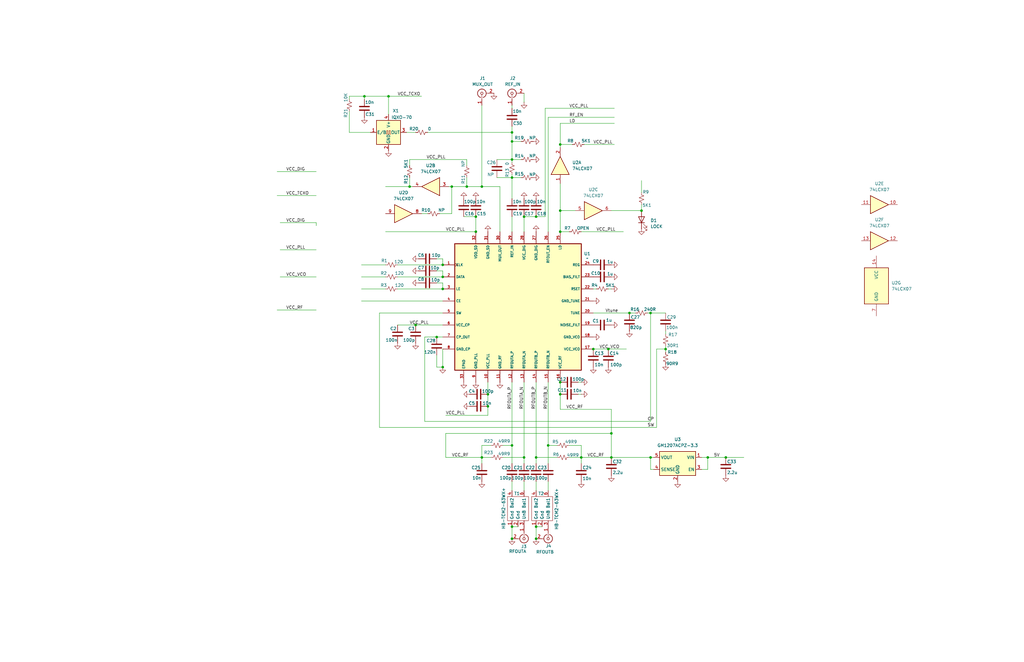
<source format=kicad_sch>
(kicad_sch (version 20231120) (generator "eeschema") (generator_version "8.0")
  (paper "B")
  (lib_symbols
    (symbol "74xx:74LCX07" (pin_names (offset 1.016))
      (property "Reference" "U" (at 0 1.27 0))
      (property "Value" "74LCX07" (at 0 -1.27 0))
      (symbol "74LCX07_1_0"
        (pin input line (at -7.62 0 0) (length 3.81) (name "~") (number "1"))
        (pin open_collector line (at 7.62 0 180) (length 3.81) (name "~") (number "2"))
      )
      (symbol "74LCX07_2_0"
        (pin input line (at -7.62 0 0) (length 3.81) (name "~") (number "3"))
        (pin open_collector line (at 7.62 0 180) (length 3.81) (name "~") (number "4"))
      )
      (symbol "74LCX07_3_0"
        (pin input line (at -7.62 0 0) (length 3.81) (name "~") (number "5"))
        (pin open_collector line (at 7.62 0 180) (length 3.81) (name "~") (number "6"))
      )
      (symbol "74LCX07_4_0"
        (pin open_collector line (at 7.62 0 180) (length 3.81) (name "~") (number "8"))
        (pin input line (at -7.62 0 0) (length 3.81) (name "~") (number "9"))
      )
      (symbol "74LCX07_5_0"
        (pin open_collector line (at 7.62 0 180) (length 3.81) (name "~") (number "10"))
        (pin input line (at -7.62 0 0) (length 3.81) (name "~") (number "11"))
      )
      (symbol "74LCX07_6_0"
        (pin open_collector line (at 7.62 0 180) (length 3.81) (name "~") (number "12"))
        (pin input line (at -7.62 0 0) (length 3.81) (name "~") (number "13"))
      )
      (symbol "74LCX07_7_0"
        (pin power_in line (at 0 12.7 270) (length 5.08) (name "VCC") (number "14"))
        (pin power_in line (at 0 -12.7 90) (length 5.08) (name "GND") (number "7"))
      )
    )
    (symbol "Connector:Conn_Coaxial" (pin_names (offset 1.016) hide)
      (property "Reference" "J" (at 0.254 3.048 0))
      (property "Value" "Conn_Coaxial" (at 2.921 0 90))
      (symbol "Conn_Coaxial_1_1"
        (pin passive line (at -5.08 0 0) (length 2.54) (name "In") (number "1"))
        (pin passive line (at 0 -5.08 90) (length 2.54) (name "Ext") (number "2"))
      )
    )
    (symbol "Device:C" (pin_numbers hide) (pin_names (offset 0.254))
      (property "Reference" "C" (at 0.635 2.54 0))
      (property "Value" "C" (at 0.635 -2.54 0))
      (symbol "C_1_1"
        (pin passive line (at 0 3.81 270) (length 2.794) (name "~") (number "1"))
        (pin passive line (at 0 -3.81 90) (length 2.794) (name "~") (number "2"))
      )
    )
    (symbol "Device:LED" (pin_numbers hide) (pin_names (offset 1.016) hide)
      (property "Reference" "D" (at 0 2.54 0))
      (property "Value" "LED" (at 0 -2.54 0))
      (symbol "LED_1_1"
        (pin passive line (at -3.81 0 0) (length 2.54) (name "K") (number "1"))
        (pin passive line (at 3.81 0 180) (length 2.54) (name "A") (number "2"))
      )
    )
    (symbol "Device:R_Small_US" (pin_numbers hide) (pin_names (offset 0.254) hide)
      (property "Reference" "R" (at 0.762 0.508 0))
      (property "Value" "R_Small_US" (at 0.762 -1.016 0))
      (symbol "R_Small_US_1_1"
        (pin passive line (at 0 2.54 270) (length 1.016) (name "~") (number "1"))
        (pin passive line (at 0 -2.54 90) (length 1.016) (name "~") (number "2"))
      )
    )
    (symbol "MAX2870ETJ_:MAX2870ETJ-layout"
      (property "Reference" "U" (at -24.384 28.956 0))
      (symbol "MAX2870ETJ-layout_0_0"
        (pin input clock (at -31.75 17.78 0) (length 5.08) (name "CLK") (number "1"))
        (pin power_in line (at -12.7 -31.75 90) (length 5.08) (name "VCC_PLL") (number "10"))
        (pin power_in line (at -7.62 -31.75 90) (length 5.08) (name "GND_RF") (number "11"))
        (pin output line (at -2.54 -31.75 90) (length 5.08) (name "RFOUTA_P") (number "12"))
        (pin output line (at 2.54 -31.75 90) (length 5.08) (name "RFOUTA_N") (number "13"))
        (pin output line (at 7.62 -31.75 90) (length 5.08) (name "RFOUTB_P") (number "14"))
        (pin output line (at 12.7 -31.75 90) (length 5.08) (name "RFOUTB_N") (number "15"))
        (pin power_in line (at 17.78 -31.75 90) (length 5.08) (name "VCC_RF") (number "16"))
        (pin power_in line (at 31.75 -17.78 180) (length 5.08) (name "VCC_VCO") (number "17"))
        (pin power_in line (at 31.75 -12.7 180) (length 5.08) (name "GND_VCO") (number "18"))
        (pin bidirectional line (at 31.75 -7.62 180) (length 5.08) (name "NOISE_FILT") (number "19"))
        (pin bidirectional line (at -31.75 12.7 0) (length 5.08) (name "DATA") (number "2"))
        (pin bidirectional line (at 31.75 -2.54 180) (length 5.08) (name "TUNE") (number "20"))
        (pin power_in line (at 31.75 2.54 180) (length 5.08) (name "GND_TUNE") (number "21"))
        (pin bidirectional line (at 31.75 7.62 180) (length 5.08) (name "RSET") (number "22"))
        (pin bidirectional line (at 31.75 12.7 180) (length 5.08) (name "BIAS_FILT") (number "23"))
        (pin bidirectional line (at 31.75 17.78 180) (length 5.08) (name "REG") (number "24"))
        (pin bidirectional line (at 17.78 31.75 270) (length 5.08) (name "LD") (number "25"))
        (pin output line (at 12.7 31.75 270) (length 5.08) (name "RFOUT_EN") (number "26"))
        (pin power_in line (at 7.62 31.75 270) (length 5.08) (name "GND_DIG") (number "27"))
        (pin power_in line (at 2.54 31.75 270) (length 5.08) (name "VCC_DIG") (number "28"))
        (pin input line (at -2.54 31.75 270) (length 5.08) (name "REF_IN") (number "29"))
        (pin bidirectional line (at -31.75 7.62 0) (length 5.08) (name "LE") (number "3"))
        (pin output line (at -7.62 31.75 270) (length 5.08) (name "MUX_OUT") (number "30"))
        (pin power_in line (at -12.7 31.75 270) (length 5.08) (name "GND_SD") (number "31"))
        (pin power_in line (at -17.78 31.75 270) (length 5.08) (name "VDD_SD") (number "32"))
        (pin power_in line (at -22.86 -31.75 90) (length 5.08) (name "EPAD") (number "33"))
        (pin bidirectional line (at -31.75 2.54 0) (length 5.08) (name "CE") (number "4"))
        (pin bidirectional line (at -31.75 -2.54 0) (length 5.08) (name "SW") (number "5"))
        (pin power_in line (at -31.75 -7.62 0) (length 5.08) (name "VCC_CP") (number "6"))
        (pin output line (at -31.75 -12.7 0) (length 5.08) (name "CP_OUT") (number "7"))
        (pin power_in line (at -31.75 -17.78 0) (length 5.08) (name "GND_CP") (number "8"))
        (pin power_in line (at -17.78 -31.75 90) (length 5.08) (name "GND_PLL") (number "9"))
      )
    )
    (symbol "Oscillator:IQXO-70" (pin_names (offset 0.254))
      (property "Reference" "X" (at -5.08 6.35 0))
      (property "Value" "IQXO-70" (at 1.27 -6.35 0))
      (symbol "IQXO-70_1_1"
        (pin input line (at -7.62 0 0) (length 2.54) (name "E/B") (number "1"))
        (pin power_in line (at 0 -7.62 90) (length 2.54) (name "GND") (number "2"))
        (pin output line (at 7.62 0 180) (length 2.54) (name "OUT") (number "3"))
        (pin power_in line (at 0 7.62 270) (length 2.54) (name "V+") (number "4"))
      )
    )
    (symbol "Synthesizer:GM1207ACPZ-3.3"
      (property "Reference" "U" (at 0 10.16 0))
      (property "Value" "GM1207ACPZ-3.3" (at 0 6.35 0))
      (symbol "GM1207ACPZ-3.3_1_1"
        (pin power_in line (at -10.16 2.54 0) (length 2.54) (name "VIN") (number "1"))
        (pin power_in line (at 0 -7.62 90) (length 2.54) (name "GND") (number "2"))
        (pin input line (at -10.16 -2.54 0) (length 2.54) (name "EN") (number "3"))
        (pin input line (at 10.16 -2.54 180) (length 2.54) (name "SENSE") (number "4"))
        (pin power_out line (at 10.16 2.54 180) (length 2.54) (name "VOUT") (number "5"))
      )
    )
    (symbol "Synthesizer:HB-TCM2-63WX+"
      (property "Reference" "T" (at 0 5.842 0))
      (property "Value" "HB-TCM2-63WX+" (at -0.508 -5.842 0))
      (symbol "HB-TCM2-63WX+_1_1"
        (text private "30-6000MHz 50Ω 1:2 Balun" (at 0.254 -10.922 0) (effects (font (size 1.27 1.27))))
        (text private "https://www.lcsc.com/datasheet/lcsc_datasheet_2404151423_HenryTech-H3-TCM2-63WX-_C22383437.pdf" (at -1.27 -15.494 0) (effects (font (size 1.27 1.27))))
        (pin passive line (at -7.62 -2.54 0) (length 2.54) (name "Gnd") (number "1"))
        (pin passive line (at -7.62 0 0) (length 2.54) (name "Gnd") (number "2"))
        (pin passive line (at -7.62 2.54 0) (length 2.54) (name "UnB") (number "3"))
        (pin passive line (at 7.62 -2.54 180) (length 2.54) (name "Bal2") (number "4"))
        (pin passive line (at 7.62 2.54 180) (length 2.54) (name "Bal1") (number "6"))
      )
    )
    (symbol "power:GND" (power) (pin_numbers hide) (pin_names (offset 0) hide)
      (property "Value" "GND" (at 0 -3.81 0))
      (symbol "GND_1_1"
        (pin power_in line (at 0 0 270) (length 0) (name "~") (number "1"))
      )
    )
  )
  (junction (at 226.06 193.04))
  (junction (at 226.06 91.44))
  (junction (at 215.9 59.69))
  (junction (at 175.26 137.16))
  (junction (at 215.9 67.31))
  (junction (at 205.74 171.45))
  (junction (at 270.51 88.9))
  (junction (at 190.5 78.74))
  (junction (at 215.9 227.33))
  (junction (at 257.81 193.04))
  (junction (at 236.22 60.96))
  (junction (at 226.06 227.33))
  (junction (at 236.22 166.37))
  (junction (at 215.9 55.88))
  (junction (at 186.69 154.94))
  (junction (at 236.22 161.29))
  (junction (at 245.11 193.04))
  (junction (at 280.67 147.32))
  (junction (at 184.15 142.24))
  (junction (at 220.98 91.44))
  (junction (at 163.83 40.64))
  (junction (at 186.69 116.84))
  (junction (at 186.69 121.92))
  (junction (at 256.54 147.32))
  (junction (at 186.69 111.76))
  (junction (at 257.81 182.88))
  (junction (at 306.07 193.04))
  (junction (at 172.72 78.74))
  (junction (at 231.14 187.96))
  (junction (at 298.45 193.04))
  (junction (at 153.67 40.64))
  (junction (at 236.22 97.79))
  (junction (at 203.2 78.74))
  (junction (at 274.32 132.08))
  (junction (at 215.9 222.25))
  (junction (at 215.9 74.93))
  (junction (at 274.32 193.04))
  (junction (at 203.2 193.04))
  (junction (at 265.43 132.08))
  (junction (at 205.74 166.37))
  (junction (at 215.9 187.96))
  (junction (at 226.06 222.25))
  (junction (at 220.98 193.04))
  (junction (at 200.66 97.79))
  (junction (at 200.66 91.44))
  (junction (at 196.85 78.74))
  (junction (at 236.22 88.9))
  (junction (at 250.19 147.32))
  (wire (pts (xy 245.11 161.29) (xy 243.84 161.29)))
  (wire (pts (xy 236.22 88.9) (xy 242.57 88.9)))
  (wire (pts (xy 190.5 78.74) (xy 196.85 78.74)))
  (wire (pts (xy 231.14 49.53) (xy 231.14 97.79)))
  (wire (pts (xy 215.9 44.45) (xy 215.9 45.72)))
  (wire (pts (xy 212.09 193.04) (xy 220.98 193.04)))
  (wire (pts (xy 215.9 67.31) (xy 215.9 68.58)))
  (wire (pts (xy 190.5 78.74) (xy 190.5 90.17)))
  (wire (pts (xy 226.06 193.04) (xy 234.95 193.04)))
  (wire (pts (xy 220.98 39.37) (xy 220.98 43.18)))
  (wire (pts (xy 250.19 147.32) (xy 256.54 147.32)))
  (wire (pts (xy 172.72 78.74) (xy 173.99 78.74)))
  (wire (pts (xy 231.14 187.96) (xy 231.14 195.58)))
  (wire (pts (xy 215.9 73.66) (xy 215.9 74.93)))
  (wire (pts (xy 172.72 67.31) (xy 196.85 67.31)))
  (wire (pts (xy 205.74 171.45) (xy 205.74 175.26)))
  (wire (pts (xy 203.2 193.04) (xy 207.01 193.04)))
  (wire (pts (xy 280.67 146.05) (xy 280.67 147.32)))
  (wire (pts (xy 163.83 40.64) (xy 177.8 40.64)))
  (wire (pts (xy 152.4 116.84) (xy 162.56 116.84)))
  (wire (pts (xy 209.55 67.31) (xy 215.9 67.31)))
  (wire (pts (xy 187.96 193.04) (xy 187.96 182.88)))
  (wire (pts (xy 280.67 140.97) (xy 280.67 139.7)))
  (wire (pts (xy 184.15 154.94) (xy 186.69 154.94)))
  (wire (pts (xy 184.15 149.86) (xy 184.15 154.94)))
  (wire (pts (xy 179.07 177.8) (xy 274.32 177.8)))
  (wire (pts (xy 184.15 119.38) (xy 186.69 119.38)))
  (wire (pts (xy 167.64 116.84) (xy 186.69 116.84)))
  (wire (pts (xy 162.56 97.79) (xy 200.66 97.79)))
  (wire (pts (xy 153.67 41.91) (xy 153.67 40.64)))
  (wire (pts (xy 245.11 193.04) (xy 257.81 193.04)))
  (wire (pts (xy 118.11 105.41) (xy 133.35 105.41)))
  (wire (pts (xy 160.02 180.34) (xy 276.86 180.34)))
  (wire (pts (xy 226.06 91.44) (xy 229.87 91.44)))
  (wire (pts (xy 240.03 187.96) (xy 245.11 187.96)))
  (wire (pts (xy 215.9 74.93) (xy 219.71 74.93)))
  (wire (pts (xy 306.07 193.04) (xy 313.69 193.04)))
  (wire (pts (xy 147.32 41.91) (xy 147.32 40.64)))
  (wire (pts (xy 236.22 88.9) (xy 236.22 97.79)))
  (wire (pts (xy 276.86 180.34) (xy 276.86 147.32)))
  (wire (pts (xy 236.22 52.07) (xy 259.08 52.07)))
  (wire (pts (xy 220.98 193.04) (xy 220.98 195.58)))
  (wire (pts (xy 274.32 132.08) (xy 280.67 132.08)))
  (wire (pts (xy 246.38 60.96) (xy 259.08 60.96)))
  (wire (pts (xy 274.32 132.08) (xy 274.32 177.8)))
  (wire (pts (xy 226.06 193.04) (xy 226.06 195.58)))
  (wire (pts (xy 203.2 187.96) (xy 203.2 193.04)))
  (wire (pts (xy 116.84 82.55) (xy 133.35 82.55)))
  (wire (pts (xy 270.51 76.2) (xy 270.51 81.28)))
  (wire (pts (xy 196.85 78.74) (xy 203.2 78.74)))
  (wire (pts (xy 133.35 95.25) (xy 133.35 93.98)))
  (wire (pts (xy 265.43 132.08) (xy 267.97 132.08)))
  (wire (pts (xy 196.85 67.31) (xy 196.85 69.85)))
  (wire (pts (xy 205.74 166.37) (xy 205.74 171.45)))
  (wire (pts (xy 196.85 74.93) (xy 196.85 78.74)))
  (wire (pts (xy 236.22 166.37) (xy 236.22 172.72)))
  (wire (pts (xy 184.15 142.24) (xy 186.69 142.24)))
  (wire (pts (xy 160.02 132.08) (xy 186.69 132.08)))
  (wire (pts (xy 177.8 90.17) (xy 180.34 90.17)))
  (wire (pts (xy 220.98 161.29) (xy 220.98 193.04)))
  (wire (pts (xy 215.9 187.96) (xy 215.9 195.58)))
  (wire (pts (xy 180.34 55.88) (xy 215.9 55.88)))
  (wire (pts (xy 171.45 55.88) (xy 175.26 55.88)))
  (wire (pts (xy 231.14 203.2) (xy 231.14 207.01)))
  (wire (pts (xy 152.4 111.76) (xy 162.56 111.76)))
  (wire (pts (xy 236.22 77.47) (xy 236.22 88.9)))
  (wire (pts (xy 273.05 132.08) (xy 274.32 132.08)))
  (wire (pts (xy 118.11 93.98) (xy 133.35 93.98)))
  (wire (pts (xy 226.06 222.25) (xy 228.6 222.25)))
  (wire (pts (xy 186.69 114.3) (xy 186.69 116.84)))
  (wire (pts (xy 280.67 147.32) (xy 276.86 147.32)))
  (wire (pts (xy 184.15 109.22) (xy 186.69 109.22)))
  (wire (pts (xy 215.9 161.29) (xy 215.9 187.96)))
  (wire (pts (xy 245.11 97.79) (xy 262.89 97.79)))
  (wire (pts (xy 167.64 121.92) (xy 186.69 121.92)))
  (wire (pts (xy 226.06 91.44) (xy 220.98 91.44)))
  (wire (pts (xy 274.32 193.04) (xy 275.59 193.04)))
  (wire (pts (xy 203.2 44.45) (xy 203.2 78.74)))
  (wire (pts (xy 231.14 49.53) (xy 259.08 49.53)))
  (wire (pts (xy 257.81 121.92) (xy 256.54 121.92)))
  (wire (pts (xy 240.03 193.04) (xy 245.11 193.04)))
  (wire (pts (xy 116.84 130.81) (xy 133.35 130.81)))
  (wire (pts (xy 274.32 193.04) (xy 274.32 198.12)))
  (wire (pts (xy 172.72 67.31) (xy 172.72 69.85)))
  (wire (pts (xy 250.19 132.08) (xy 265.43 132.08)))
  (wire (pts (xy 116.84 72.39) (xy 133.35 72.39)))
  (wire (pts (xy 215.9 222.25) (xy 215.9 227.33)))
  (wire (pts (xy 220.98 91.44) (xy 220.98 97.79)))
  (wire (pts (xy 212.09 187.96) (xy 215.9 187.96)))
  (wire (pts (xy 147.32 46.99) (xy 147.32 55.88)))
  (wire (pts (xy 298.45 193.04) (xy 306.07 193.04)))
  (wire (pts (xy 236.22 97.79) (xy 240.03 97.79)))
  (wire (pts (xy 219.71 67.31) (xy 215.9 67.31)))
  (wire (pts (xy 186.69 147.32) (xy 186.69 154.94)))
  (wire (pts (xy 236.22 172.72) (xy 257.81 172.72)))
  (wire (pts (xy 215.9 91.44) (xy 215.9 97.79)))
  (wire (pts (xy 167.64 137.16) (xy 175.26 137.16)))
  (wire (pts (xy 256.54 147.32) (xy 264.16 147.32)))
  (wire (pts (xy 184.15 114.3) (xy 186.69 114.3)))
  (wire (pts (xy 187.96 175.26) (xy 205.74 175.26)))
  (wire (pts (xy 179.07 142.24) (xy 184.15 142.24)))
  (wire (pts (xy 231.14 187.96) (xy 234.95 187.96)))
  (wire (pts (xy 175.26 137.16) (xy 186.69 137.16)))
  (wire (pts (xy 160.02 132.08) (xy 160.02 180.34)))
  (wire (pts (xy 295.91 198.12) (xy 298.45 198.12)))
  (wire (pts (xy 186.69 109.22) (xy 186.69 111.76)))
  (wire (pts (xy 215.9 59.69) (xy 215.9 67.31)))
  (wire (pts (xy 298.45 198.12) (xy 298.45 193.04)))
  (wire (pts (xy 226.06 161.29) (xy 226.06 193.04)))
  (wire (pts (xy 270.51 88.9) (xy 270.51 86.36)))
  (wire (pts (xy 257.81 88.9) (xy 270.51 88.9)))
  (wire (pts (xy 295.91 193.04) (xy 298.45 193.04)))
  (wire (pts (xy 215.9 222.25) (xy 218.44 222.25)))
  (wire (pts (xy 226.06 203.2) (xy 226.06 207.01)))
  (wire (pts (xy 229.87 91.44) (xy 229.87 45.72)))
  (wire (pts (xy 275.59 198.12) (xy 274.32 198.12)))
  (wire (pts (xy 189.23 78.74) (xy 190.5 78.74)))
  (wire (pts (xy 250.19 121.92) (xy 251.46 121.92)))
  (wire (pts (xy 241.3 60.96) (xy 236.22 60.96)))
  (wire (pts (xy 152.4 127) (xy 186.69 127)))
  (wire (pts (xy 200.66 91.44) (xy 195.58 91.44)))
  (wire (pts (xy 167.64 111.76) (xy 186.69 111.76)))
  (wire (pts (xy 215.9 53.34) (xy 215.9 55.88)))
  (wire (pts (xy 153.67 40.64) (xy 163.83 40.64)))
  (wire (pts (xy 186.69 119.38) (xy 186.69 121.92)))
  (wire (pts (xy 257.81 182.88) (xy 257.81 193.04)))
  (wire (pts (xy 257.81 193.04) (xy 274.32 193.04)))
  (wire (pts (xy 236.22 60.96) (xy 236.22 62.23)))
  (wire (pts (xy 209.55 74.93) (xy 215.9 74.93)))
  (wire (pts (xy 200.66 91.44) (xy 200.66 97.79)))
  (wire (pts (xy 172.72 74.93) (xy 172.72 78.74)))
  (wire (pts (xy 210.82 97.79) (xy 210.82 78.74)))
  (wire (pts (xy 187.96 193.04) (xy 203.2 193.04)))
  (wire (pts (xy 215.9 74.93) (xy 215.9 83.82)))
  (wire (pts (xy 147.32 55.88) (xy 156.21 55.88)))
  (wire (pts (xy 147.32 40.64) (xy 153.67 40.64)))
  (wire (pts (xy 215.9 203.2) (xy 215.9 207.01)))
  (wire (pts (xy 205.74 166.37) (xy 205.74 161.29)))
  (wire (pts (xy 215.9 55.88) (xy 215.9 59.69)))
  (wire (pts (xy 257.81 172.72) (xy 257.81 182.88)))
  (wire (pts (xy 231.14 161.29) (xy 231.14 187.96)))
  (wire (pts (xy 187.96 182.88) (xy 257.81 182.88)))
  (wire (pts (xy 152.4 121.92) (xy 162.56 121.92)))
  (wire (pts (xy 203.2 193.04) (xy 203.2 195.58)))
  (wire (pts (xy 162.56 78.74) (xy 172.72 78.74)))
  (wire (pts (xy 245.11 195.58) (xy 245.11 193.04)))
  (wire (pts (xy 236.22 161.29) (xy 236.22 166.37)))
  (wire (pts (xy 179.07 142.24) (xy 179.07 177.8)))
  (wire (pts (xy 226.06 222.25) (xy 226.06 227.33)))
  (wire (pts (xy 207.01 187.96) (xy 203.2 187.96)))
  (wire (pts (xy 215.9 59.69) (xy 219.71 59.69)))
  (wire (pts (xy 280.67 147.32) (xy 280.67 148.59)))
  (wire (pts (xy 245.11 193.04) (xy 245.11 187.96)))
  (wire (pts (xy 185.42 90.17) (xy 190.5 90.17)))
  (wire (pts (xy 118.11 116.84) (xy 133.35 116.84)))
  (wire (pts (xy 229.87 45.72) (xy 259.08 45.72)))
  (wire (pts (xy 245.11 166.37) (xy 243.84 166.37)))
  (wire (pts (xy 220.98 203.2) (xy 220.98 207.01)))
  (wire (pts (xy 203.2 78.74) (xy 210.82 78.74)))
  (wire (pts (xy 163.83 40.64) (xy 163.83 48.26)))
  (wire (pts (xy 236.22 52.07) (xy 236.22 60.96)))
  (label "VCC_PLL" (at 187.96 97.79 0))
  (label "RFOUTB_N" (at 231.14 172.72 90))
  (label "VCC_DIG" (at 120.65 72.39 0))
  (label "LD" (at 242.57 52.07 180))
  (label "VCC_DIG" (at 120.65 93.98 0))
  (label "VCC_PLL" (at 120.65 105.41 0))
  (label "VCC_VCO" (at 120.65 116.84 0))
  (label "VCC_RF" (at 238.76 172.72 0))
  (label "RFOUTA_P" (at 215.9 172.72 90))
  (label "VCC_VCO" (at 252.73 147.32 0))
  (label "CP" (at 273.05 177.8 0))
  (label "SW" (at 273.05 180.34 0))
  (label "RFOUTB_P" (at 226.06 172.72 90))
  (label "VCC_TCXO" (at 167.64 40.64 0))
  (label "VCC_PLL" (at 251.46 97.79 0))
  (label "VCC_TCXO" (at 120.65 82.55 0))
  (label "VCC_PLL" (at 240.03 45.72 0))
  (label "Vtune" (at 255.27 132.08 0))
  (label "VCC_RF" (at 190.5 193.04 0))
  (label "VCC_PLL" (at 250.19 60.96 0))
  (label "VCC_PLL" (at 187.96 67.31 180))
  (label "VCC_PLL" (at 172.72 137.16 0))
  (label "VCC_PLL" (at 187.96 175.26 0))
  (label "5V" (at 300.99 193.04 0))
  (label "VCC_RF" (at 247.65 193.04 0))
  (label "RF_EN" (at 240.03 49.53 0))
  (label "VCC_RF" (at 120.65 130.81 0))
  (label "RFOUTA_N" (at 220.98 172.72 90))
  (symbol (lib_id "74xx:74LCX07") (at 250.19 88.9 0) (unit 3)
    (property "Reference" "U2" (at 250.19 80.01 0))
    (property "Value" "74LCX07" (at 250.19 82.55 0))
    (property "Footprint" "Package_SO:TSSOP-14_4.4x5mm_P0.65mm" (effects (hide yes)))
    (property "Datasheet" "www.st.com/resource/en/datasheet/74lcx07.pdf" (effects (hide yes)))
    (property "Description" "CMOS hex buffer (open drain) with 5V tolerant inputs" (effects (hide yes)))
  )
  (symbol (lib_id "Device:R_Small_US") (at 209.55 187.96 90) (unit 1)
    (property "Reference" "R22" (at 205.994 186.182 90))
    (property "Value" "49R9" (at 212.598 186.182 90))
    (property "Footprint" "Resistor_SMD:R_0402_1005Metric" (effects (hide yes)))
    (property "Description" "Resistor, small US symbol" (effects (hide yes)))
  )
  (symbol (lib_id "Oscillator:IQXO-70") (at 163.83 55.88 0) (unit 1)
    (property "Reference" "X1" (at 166.878 46.736 0))
    (property "Value" "IQXO-70" (at 169.418 49.53 0))
    (property "Footprint" "Oscillator:Oscillator_SMD_IQD_IQXO70-4Pin_7.5x5.0mm" (effects (hide yes)))
    (property "Datasheet" "http://www.iqdfrequencyproducts.com/products/details/iqxo-70-11-30.pdf" (effects (hide yes)))
    (property "Description" "Crystal Clock Oscillator, SMD package 7.5x5.0mm²" (effects (hide yes)))
  )
  (symbol (lib_id "Device:R_Small_US") (at 165.1 111.76 90) (unit 1)
    (property "Reference" "R1" (at 162.052 109.982 90))
    (property "Value" "120" (at 168.148 110.49 90))
    (property "Footprint" "Resistor_SMD:R_0402_1005Metric" (effects (hide yes)))
    (property "Description" "Resistor, small US symbol" (effects (hide yes)))
  )
  (symbol (lib_id "Device:R_Small_US") (at 209.55 193.04 90) (unit 1)
    (property "Reference" "R23" (at 205.994 191.008 90))
    (property "Value" "49R9" (at 212.598 191.516 90))
    (property "Footprint" "Resistor_SMD:R_0402_1005Metric" (effects (hide yes)))
    (property "Description" "Resistor, small US symbol" (effects (hide yes)))
  )
  (symbol (lib_id "Device:R_Small_US") (at 237.49 187.96 90) (unit 1)
    (property "Reference" "R5" (at 234.188 186.436 90))
    (property "Value" "49R9" (at 240.792 186.436 90))
    (property "Footprint" "Resistor_SMD:R_0402_1005Metric" (effects (hide yes)))
    (property "Description" "Resistor, small US symbol" (effects (hide yes)))
  )
  (symbol (lib_id "power:GND") (at 198.12 171.45 270) (unit 1)
    (property "Reference" "#PWR010" (effects (hide yes)))
    (property "Value" "GND" (effects (hide yes)))
    (property "Description" "Power symbol creates a global label with name \"GND\" , ground" (effects (hide yes)))
  )
  (symbol (lib_id "power:GND") (at 186.69 154.94 0) (unit 1)
    (property "Reference" "#PWR06" (effects (hide yes)))
    (property "Value" "GND" (effects (hide yes)))
    (property "Description" "Power symbol creates a global label with name \"GND\" , ground" (effects (hide yes)))
  )
  (symbol (lib_id "Device:R_Small_US") (at 172.72 72.39 180) (unit 1)
    (property "Reference" "R12" (at 171.196 75.692 90))
    (property "Value" "5K1" (at 171.196 69.088 90))
    (property "Footprint" "Resistor_SMD:R_0402_1005Metric" (effects (hide yes)))
    (property "Description" "Resistor, small US symbol" (effects (hide yes)))
  )
  (symbol (lib_id "Device:R_Small_US") (at 254 121.92 90) (unit 1)
    (property "Reference" "R4" (at 250.698 120.396 90))
    (property "Value" "5K1" (at 257.302 120.396 90))
    (property "Footprint" "Resistor_SMD:R_0402_1005Metric" (effects (hide yes)))
    (property "Description" "Resistor, small US symbol" (effects (hide yes)))
  )
  (symbol (lib_id "power:GND") (at 203.2 203.2 0) (unit 1)
    (property "Reference" "#PWR029" (effects (hide yes)))
    (property "Value" "GND" (effects (hide yes)))
    (property "Description" "Power symbol creates a global label with name \"GND\" , ground" (effects (hide yes)))
  )
  (symbol (lib_id "Device:C") (at 226.06 87.63 180) (unit 1)
    (property "Reference" "C18" (at 230.378 90.17 0) (effects (justify left)))
    (property "Value" "10n" (at 230.124 85.09 0) (effects (justify left)))
    (property "Footprint" "Capacitor_SMD:C_0402_1005Metric" (effects (hide yes)))
    (property "Description" "Unpolarized capacitor" (effects (hide yes)))
  )
  (symbol (lib_id "power:GND") (at 250.19 142.24 90) (unit 1)
    (property "Reference" "#PWR07" (effects (hide yes)))
    (property "Value" "GND" (effects (hide yes)))
    (property "Description" "Power symbol creates a global label with name \"GND\" , ground" (effects (hide yes)))
  )
  (symbol (lib_id "Device:C") (at 203.2 199.39 0) (mirror y) (unit 1)
    (property "Reference" "C25" (at 202.692 197.358 0) (effects (justify left)))
    (property "Value" "10n" (at 202.946 201.676 0) (effects (justify left)))
    (property "Footprint" "Capacitor_SMD:C_0402_1005Metric" (effects (hide yes)))
    (property "Description" "Unpolarized capacitor" (effects (hide yes)))
  )
  (symbol (lib_id "power:GND") (at 257.81 137.16 90) (unit 1)
    (property "Reference" "#PWR09" (effects (hide yes)))
    (property "Value" "GND" (effects (hide yes)))
    (property "Description" "Power symbol creates a global label with name \"GND\" , ground" (effects (hide yes)))
  )
  (symbol (lib_id "Device:R_Small_US") (at 237.49 193.04 90) (unit 1)
    (property "Reference" "R6" (at 234.442 191.77 90))
    (property "Value" "49R9" (at 241.554 192.024 90))
    (property "Footprint" "Resistor_SMD:R_0402_1005Metric" (effects (hide yes)))
    (property "Description" "Resistor, small US symbol" (effects (hide yes)))
  )
  (symbol (lib_id "power:GND") (at 195.58 83.82 180) (unit 1)
    (property "Reference" "#PWR025" (effects (hide yes)))
    (property "Value" "GND" (effects (hide yes)))
    (property "Description" "Power symbol creates a global label with name \"GND\" , ground" (effects (hide yes)))
  )
  (symbol (lib_id "Device:C") (at 240.03 166.37 90) (unit 1)
    (property "Reference" "C11" (at 239.014 164.592 90) (effects (justify left)))
    (property "Value" "10n" (at 245.364 164.846 90) (effects (justify left)))
    (property "Footprint" "Capacitor_SMD:C_0402_1005Metric" (effects (hide yes)))
    (property "Description" "Unpolarized capacitor" (effects (hide yes)))
  )
  (symbol (lib_id "74xx:74LCX07") (at 369.57 120.65 0) (unit 7)
    (property "Reference" "U2" (at 375.92 119.3799 0) (effects (justify left)))
    (property "Value" "74LCX07" (at 375.92 121.9199 0) (effects (justify left)))
    (property "Footprint" "Package_SO:TSSOP-14_4.4x5mm_P0.65mm" (effects (hide yes)))
    (property "Datasheet" "www.st.com/resource/en/datasheet/74lcx07.pdf" (effects (hide yes)))
    (property "Description" "CMOS hex buffer (open drain) with 5V tolerant inputs" (effects (hide yes)))
  )
  (symbol (lib_id "power:GND") (at 224.79 67.31 90) (unit 1)
    (property "Reference" "#PWR031" (effects (hide yes)))
    (property "Value" "GND" (effects (hide yes)))
    (property "Description" "Power symbol creates a global label with name \"GND\" , ground" (effects (hide yes)))
  )
  (symbol (lib_id "Device:C") (at 240.03 161.29 90) (unit 1)
    (property "Reference" "C12" (at 238.76 160.02 90) (effects (justify left)))
    (property "Value" "100p" (at 246.38 160.02 90) (effects (justify left)))
    (property "Footprint" "Capacitor_SMD:C_0402_1005Metric" (effects (hide yes)))
    (property "Description" "Unpolarized capacitor" (effects (hide yes)))
  )
  (symbol (lib_id "Connector:Conn_Coaxial") (at 203.2 39.37 90) (unit 1)
    (property "Reference" "J1" (at 203.4932 33.02 90))
    (property "Value" "MUX_OUT" (at 203.4932 35.56 90))
    (property "Footprint" "Connector_Coaxial:SMA_Samtec_SMA-J-P-H-ST-EM1_EdgeMount" (effects (hide yes)))
    (property "Description" "coaxial connector (BNC, SMA, SMB, SMC, Cinch/RCA, LEMO, ...)" (effects (hide yes)))
  )
  (symbol (lib_id "power:GND") (at 250.19 154.94 0) (unit 1)
    (property "Reference" "#PWR022" (effects (hide yes)))
    (property "Value" "GND" (effects (hide yes)))
    (property "Description" "Power symbol creates a global label with name \"GND\" , ground" (effects (hide yes)))
  )
  (symbol (lib_id "Device:C") (at 215.9 49.53 180) (unit 1)
    (property "Reference" "C30" (at 220.218 52.07 0) (effects (justify left)))
    (property "Value" "10n" (at 219.964 46.99 0) (effects (justify left)))
    (property "Footprint" "Capacitor_SMD:C_0402_1005Metric" (effects (hide yes)))
    (property "Description" "Unpolarized capacitor" (effects (hide yes)))
  )
  (symbol (lib_id "Device:C") (at 280.67 135.89 0) (unit 1)
    (property "Reference" "C29" (at 281.178 133.858 0) (effects (justify left)))
    (property "Value" "100n" (at 280.924 138.176 0) (effects (justify left)))
    (property "Footprint" "Capacitor_SMD:C_0402_1005Metric" (effects (hide yes)))
    (property "Description" "Unpolarized capacitor" (effects (hide yes)))
  )
  (symbol (lib_id "Device:R_Small_US") (at 165.1 121.92 90) (unit 1)
    (property "Reference" "R3" (at 161.798 120.396 90))
    (property "Value" "120" (at 168.402 120.396 90))
    (property "Footprint" "Resistor_SMD:R_0402_1005Metric" (effects (hide yes)))
    (property "Description" "Resistor, small US symbol" (effects (hide yes)))
  )
  (symbol (lib_id "power:GND") (at 224.79 59.69 90) (unit 1)
    (property "Reference" "#PWR036" (effects (hide yes)))
    (property "Value" "GND" (effects (hide yes)))
    (property "Description" "Power symbol creates a global label with name \"GND\" , ground" (effects (hide yes)))
  )
  (symbol (lib_id "power:GND") (at 285.75 203.2 0) (unit 1)
    (property "Reference" "#PWR034" (effects (hide yes)))
    (property "Value" "GND" (effects (hide yes)))
    (property "Description" "Power symbol creates a global label with name \"GND\" , ground" (effects (hide yes)))
  )
  (symbol (lib_id "Device:R_Small_US") (at 270.51 132.08 90) (unit 1)
    (property "Reference" "R16" (at 267.716 130.556 90))
    (property "Value" "240R" (at 274.066 130.556 90))
    (property "Footprint" "Resistor_SMD:R_0402_1005Metric" (effects (hide yes)))
    (property "Description" "Resistor, small US symbol" (effects (hide yes)))
  )
  (symbol (lib_id "Device:C") (at 256.54 151.13 0) (unit 1)
    (property "Reference" "C14" (at 257.048 149.098 0) (effects (justify left)))
    (property "Value" "100p" (at 257.302 153.924 0) (effects (justify left)))
    (property "Footprint" "Capacitor_SMD:C_0402_1005Metric" (effects (hide yes)))
    (property "Description" "Unpolarized capacitor" (effects (hide yes)))
  )
  (symbol (lib_id "power:GND") (at 208.28 39.37 0) (unit 1)
    (property "Reference" "#PWR038" (effects (hide yes)))
    (property "Value" "GND" (effects (hide yes)))
    (property "Description" "Power symbol creates a global label with name \"GND\" , ground" (effects (hide yes)))
  )
  (symbol (lib_id "Device:R_Small_US") (at 243.84 60.96 90) (unit 1)
    (property "Reference" "R8" (at 240.538 59.436 90))
    (property "Value" "5K1" (at 247.142 59.436 90))
    (property "Footprint" "Resistor_SMD:R_0402_1005Metric" (effects (hide yes)))
    (property "Description" "Resistor, small US symbol" (effects (hide yes)))
  )
  (symbol (lib_id "Device:C") (at 209.55 71.12 0) (unit 1)
    (property "Reference" "C26" (at 205.232 68.58 0) (effects (justify left)))
    (property "Value" "NP" (at 205.486 73.66 0) (effects (justify left)))
    (property "Footprint" "Capacitor_SMD:C_0402_1005Metric" (effects (hide yes)))
    (property "Description" "Unpolarized capacitor" (effects (hide yes)))
  )
  (symbol (lib_id "Device:R_Small_US") (at 222.25 59.69 90) (unit 1)
    (property "Reference" "R19" (at 218.948 58.166 90))
    (property "Value" "NP" (at 224.536 58.166 90))
    (property "Footprint" "Resistor_SMD:R_0402_1005Metric" (effects (hide yes)))
    (property "Description" "Resistor, small US symbol" (effects (hide yes)))
  )
  (symbol (lib_id "power:GND") (at 163.83 63.5 0) (unit 1)
    (property "Reference" "#PWR039" (effects (hide yes)))
    (property "Value" "GND" (effects (hide yes)))
    (property "Description" "Power symbol creates a global label with name \"GND\" , ground" (effects (hide yes)))
  )
  (symbol (lib_id "power:GND") (at 270.51 96.52 0) (unit 1)
    (property "Reference" "#PWR030" (effects (hide yes)))
    (property "Value" "GND" (effects (hide yes)))
    (property "Description" "Power symbol creates a global label with name \"GND\" , ground" (effects (hide yes)))
  )
  (symbol (lib_id "MAX2870ETJ_:MAX2870ETJ-layout") (at 218.44 129.54 0) (unit 1)
    (property "Reference" "U1" (at 247.65 107.0608 0))
    (property "Value" "~" (at 247.65 108.9659 0))
    (property "Footprint" "Package_DFN_QFN:QFN-32-1EP_5x5mm_P0.5mm_EP3.1x3.1mm" (effects (hide yes)))
  )
  (symbol (lib_id "power:GND") (at 250.19 127 90) (unit 1)
    (property "Reference" "#PWR04" (effects (hide yes)))
    (property "Value" "GND" (effects (hide yes)))
    (property "Description" "Power symbol creates a global label with name \"GND\" , ground" (effects (hide yes)))
  )
  (symbol (lib_id "power:GND") (at 224.79 74.93 90) (unit 1)
    (property "Reference" "#PWR032" (effects (hide yes)))
    (property "Value" "GND" (effects (hide yes)))
    (property "Description" "Power symbol creates a global label with name \"GND\" , ground" (effects (hide yes)))
  )
  (symbol (lib_id "power:GND") (at 226.06 227.33 0) (unit 1)
    (property "Reference" "#PWR042" (effects (hide yes)))
    (property "Value" "GND" (effects (hide yes)))
    (property "Description" "Power symbol creates a global label with name \"GND\" , ground" (effects (hide yes)))
  )
  (symbol (lib_id "power:GND") (at 256.54 154.94 0) (unit 1)
    (property "Reference" "#PWR023" (effects (hide yes)))
    (property "Value" "GND" (effects (hide yes)))
    (property "Description" "Power symbol creates a global label with name \"GND\" , ground" (effects (hide yes)))
  )
  (symbol (lib_id "74xx:74LCX07") (at 170.18 90.17 0) (unit 4)
    (property "Reference" "U2" (at 170.18 81.28 0))
    (property "Value" "74LCX07" (at 170.18 83.82 0))
    (property "Footprint" "Package_SO:TSSOP-14_4.4x5mm_P0.65mm" (effects (hide yes)))
    (property "Datasheet" "www.st.com/resource/en/datasheet/74lcx07.pdf" (effects (hide yes)))
    (property "Description" "CMOS hex buffer (open drain) with 5V tolerant inputs" (effects (hide yes)))
  )
  (symbol (lib_id "Device:R_Small_US") (at 196.85 72.39 180) (unit 1)
    (property "Reference" "R11" (at 195.326 75.692 90))
    (property "Value" "NP" (at 195.326 69.088 90))
    (property "Footprint" "Resistor_SMD:R_0402_1005Metric" (effects (hide yes)))
    (property "Description" "Resistor, small US symbol" (effects (hide yes)))
  )
  (symbol (lib_id "Device:R_Small_US") (at 280.67 143.51 0) (unit 1)
    (property "Reference" "R17" (at 283.718 141.224 0))
    (property "Value" "30R1" (at 283.718 145.796 0))
    (property "Footprint" "Resistor_SMD:R_0402_1005Metric" (effects (hide yes)))
    (property "Description" "Resistor, small US symbol" (effects (hide yes)))
  )
  (symbol (lib_id "Device:C") (at 231.14 199.39 0) (mirror y) (unit 1)
    (property "Reference" "C23" (at 230.632 197.358 0) (effects (justify left)))
    (property "Value" "100p" (at 230.886 201.676 0) (effects (justify left)))
    (property "Footprint" "Capacitor_SMD:C_0402_1005Metric" (effects (hide yes)))
    (property "Description" "Unpolarized capacitor" (effects (hide yes)))
  )
  (symbol (lib_id "Device:R_Small_US") (at 280.67 151.13 0) (unit 1)
    (property "Reference" "R18" (at 283.464 148.59 0))
    (property "Value" "90R9" (at 283.464 153.416 0))
    (property "Footprint" "Resistor_SMD:R_0402_1005Metric" (effects (hide yes)))
    (property "Description" "Resistor, small US symbol" (effects (hide yes)))
  )
  (symbol (lib_id "power:GND") (at 257.81 121.92 90) (unit 1)
    (property "Reference" "#PWR019" (effects (hide yes)))
    (property "Value" "GND" (effects (hide yes)))
    (property "Description" "Power symbol creates a global label with name \"GND\" , ground" (effects (hide yes)))
  )
  (symbol (lib_id "74xx:74LCX07") (at 181.61 78.74 180) (unit 2)
    (property "Reference" "U2" (at 181.61 69.85 0))
    (property "Value" "74LCX07" (at 181.61 72.39 0))
    (property "Footprint" "Package_SO:TSSOP-14_4.4x5mm_P0.65mm" (effects (hide yes)))
    (property "Datasheet" "www.st.com/resource/en/datasheet/74lcx07.pdf" (effects (hide yes)))
    (property "Description" "CMOS hex buffer (open drain) with 5V tolerant inputs" (effects (hide yes)))
  )
  (symbol (lib_id "power:GND") (at 226.06 97.79 180) (unit 1)
    (property "Reference" "#PWR08" (effects (hide yes)))
    (property "Value" "GND" (effects (hide yes)))
    (property "Description" "Power symbol creates a global label with name \"GND\" , ground" (effects (hide yes)))
  )
  (symbol (lib_id "Device:C") (at 306.07 196.85 0) (unit 1)
    (property "Reference" "C33" (at 306.578 194.818 0) (effects (justify left)))
    (property "Value" "2.2u" (at 306.578 199.39 0) (effects (justify left)))
    (property "Footprint" "Capacitor_SMD:C_0402_1005Metric" (effects (hide yes)))
    (property "Description" "Unpolarized capacitor" (effects (hide yes)))
  )
  (symbol (lib_id "Device:R_Small_US") (at 165.1 116.84 90) (unit 1)
    (property "Reference" "R2" (at 161.798 115.316 90))
    (property "Value" "120" (at 168.402 115.316 90))
    (property "Footprint" "Resistor_SMD:R_0402_1005Metric" (effects (hide yes)))
    (property "Description" "Resistor, small US symbol" (effects (hide yes)))
  )
  (symbol (lib_id "74xx:74LCX07") (at 370.84 86.36 0) (unit 5)
    (property "Reference" "U2" (at 370.84 77.47 0))
    (property "Value" "74LCX07" (at 370.84 80.01 0))
    (property "Footprint" "Package_SO:TSSOP-14_4.4x5mm_P0.65mm" (effects (hide yes)))
    (property "Datasheet" "www.st.com/resource/en/datasheet/74lcx07.pdf" (effects (hide yes)))
    (property "Description" "CMOS hex buffer (open drain) with 5V tolerant inputs" (effects (hide yes)))
  )
  (symbol (lib_id "power:GND") (at 245.11 166.37 90) (unit 1)
    (property "Reference" "#PWR020" (effects (hide yes)))
    (property "Value" "GND" (effects (hide yes)))
    (property "Description" "Power symbol creates a global label with name \"GND\" , ground" (effects (hide yes)))
  )
  (symbol (lib_id "power:GND") (at 245.11 161.29 90) (unit 1)
    (property "Reference" "#PWR021" (effects (hide yes)))
    (property "Value" "GND" (effects (hide yes)))
    (property "Description" "Power symbol creates a global label with name \"GND\" , ground" (effects (hide yes)))
  )
  (symbol (lib_id "Device:C") (at 184.15 146.05 0) (unit 1)
    (property "Reference" "C28" (at 179.832 143.764 0) (effects (justify left)))
    (property "Value" "120n" (at 178.816 148.59 0) (effects (justify left)))
    (property "Footprint" "Capacitor_SMD:C_0402_1005Metric" (effects (hide yes)))
    (property "Description" "Unpolarized capacitor" (effects (hide yes)))
  )
  (symbol (lib_id "power:GND") (at 153.67 49.53 0) (unit 1)
    (property "Reference" "#PWR040" (effects (hide yes)))
    (property "Value" "GND" (effects (hide yes)))
    (property "Description" "Power symbol creates a global label with name \"GND\" , ground" (effects (hide yes)))
  )
  (symbol (lib_id "power:GND") (at 175.26 144.78 0) (unit 1)
    (property "Reference" "#PWR013" (effects (hide yes)))
    (property "Value" "GND" (effects (hide yes)))
    (property "Description" "Power symbol creates a global label with name \"GND\" , ground" (effects (hide yes)))
  )
  (symbol (lib_id "Device:R_Small_US") (at 270.51 83.82 180) (unit 1)
    (property "Reference" "R9" (at 272.288 81.026 0))
    (property "Value" "5K1" (at 272.796 86.614 0))
    (property "Footprint" "Resistor_SMD:R_0402_1005Metric" (effects (hide yes)))
    (property "Description" "Resistor, small US symbol" (effects (hide yes)))
  )
  (symbol (lib_id "power:GND") (at 200.66 161.29 0) (unit 1)
    (property "Reference" "#PWR02" (effects (hide yes)))
    (property "Value" "GND" (effects (hide yes)))
    (property "Description" "Power symbol creates a global label with name \"GND\" , ground" (effects (hide yes)))
  )
  (symbol (lib_id "power:GND") (at 257.81 116.84 90) (unit 1)
    (property "Reference" "#PWR018" (effects (hide yes)))
    (property "Value" "GND" (effects (hide yes)))
    (property "Description" "Power symbol creates a global label with name \"GND\" , ground" (effects (hide yes)))
  )
  (symbol (lib_id "Device:C") (at 167.64 140.97 180) (unit 1)
    (property "Reference" "C2" (at 165.862 138.684 0))
    (property "Value" "100n" (at 165.1 143.51 0))
    (property "Footprint" "Capacitor_SMD:C_0402_1005Metric" (effects (hide yes)))
    (property "Description" "Unpolarized capacitor" (effects (hide yes)))
  )
  (symbol (lib_id "power:GND") (at 198.12 166.37 270) (unit 1)
    (property "Reference" "#PWR011" (effects (hide yes)))
    (property "Value" "GND" (effects (hide yes)))
    (property "Description" "Power symbol creates a global label with name \"GND\" , ground" (effects (hide yes)))
  )
  (symbol (lib_id "Device:R_Small_US") (at 215.9 71.12 180) (unit 1)
    (property "Reference" "R13" (at 213.868 72.898 90))
    (property "Value" "0" (at 213.868 69.088 90))
    (property "Footprint" "Resistor_SMD:R_0402_1005Metric" (effects (hide yes)))
    (property "Description" "Resistor, small US symbol" (effects (hide yes)))
  )
  (symbol (lib_id "Device:C") (at 220.98 199.39 0) (mirror y) (unit 1)
    (property "Reference" "C21" (at 220.472 197.358 0) (effects (justify left)))
    (property "Value" "100p" (at 220.726 201.676 0) (effects (justify left)))
    (property "Footprint" "Capacitor_SMD:C_0402_1005Metric" (effects (hide yes)))
    (property "Description" "Unpolarized capacitor" (effects (hide yes)))
  )
  (symbol (lib_id "Device:C") (at 257.81 196.85 0) (unit 1)
    (property "Reference" "C32" (at 258.318 194.818 0) (effects (justify left)))
    (property "Value" "2.2u" (at 258.318 199.39 0) (effects (justify left)))
    (property "Footprint" "Capacitor_SMD:C_0402_1005Metric" (effects (hide yes)))
    (property "Description" "Unpolarized capacitor" (effects (hide yes)))
  )
  (symbol (lib_id "Device:R_Small_US") (at 177.8 55.88 90) (unit 1)
    (property "Reference" "R20" (at 174.498 54.356 90))
    (property "Value" "0" (at 181.102 54.356 90))
    (property "Footprint" "Resistor_SMD:R_0402_1005Metric" (effects (hide yes)))
    (property "Description" "Resistor, small US symbol" (effects (hide yes)))
  )
  (symbol (lib_id "power:GND") (at 257.81 111.76 90) (unit 1)
    (property "Reference" "#PWR017" (effects (hide yes)))
    (property "Value" "GND" (effects (hide yes)))
    (property "Description" "Power symbol creates a global label with name \"GND\" , ground" (effects (hide yes)))
  )
  (symbol (lib_id "Device:R_Small_US") (at 182.88 90.17 90) (unit 1)
    (property "Reference" "R10" (at 179.578 88.646 90))
    (property "Value" "NP" (at 186.182 88.646 90))
    (property "Footprint" "Resistor_SMD:R_0402_1005Metric" (effects (hide yes)))
    (property "Description" "Resistor, small US symbol" (effects (hide yes)))
  )
  (symbol (lib_id "Device:C") (at 254 111.76 90) (unit 1)
    (property "Reference" "C9" (at 251.206 110.236 90))
    (property "Value" "1u" (at 257.302 110.49 90))
    (property "Footprint" "Capacitor_SMD:C_0402_1005Metric" (effects (hide yes)))
    (property "Description" "Unpolarized capacitor" (effects (hide yes)))
  )
  (symbol (lib_id "Device:C") (at 201.93 166.37 270) (unit 1)
    (property "Reference" "C4" (at 197.612 165.1 90) (effects (justify left)))
    (property "Value" "100p" (at 203.2 165.1 90) (effects (justify left)))
    (property "Footprint" "Capacitor_SMD:C_0402_1005Metric" (effects (hide yes)))
    (property "Description" "Unpolarized capacitor" (effects (hide yes)))
  )
  (symbol (lib_id "Connector:Conn_Coaxial") (at 220.98 227.33 270) (unit 1)
    (property "Reference" "J3" (at 219.71 230.632 90) (effects (justify left)))
    (property "Value" "RFOUTA" (at 214.63 232.664 90) (effects (justify left)))
    (property "Footprint" "Connector_Coaxial:SMA_Samtec_SMA-J-P-H-ST-EM1_EdgeMount" (effects (hide yes)))
    (property "Description" "coaxial connector (BNC, SMA, SMB, SMC, Cinch/RCA, LEMO, ...)" (effects (hide yes)))
  )
  (symbol (lib_id "Device:C") (at 254 137.16 90) (unit 1)
    (property "Reference" "C1" (at 251.206 135.382 90))
    (property "Value" "1u" (at 256.794 135.128 90))
    (property "Footprint" "Capacitor_SMD:C_0402_1005Metric" (effects (hide yes)))
    (property "Description" "Unpolarized capacitor" (effects (hide yes)))
  )
  (symbol (lib_id "power:GND") (at 245.11 203.2 0) (unit 1)
    (property "Reference" "#PWR028" (effects (hide yes)))
    (property "Value" "GND" (effects (hide yes)))
    (property "Description" "Power symbol creates a global label with name \"GND\" , ground" (effects (hide yes)))
  )
  (symbol (lib_id "power:GND") (at 257.81 200.66 0) (unit 1)
    (property "Reference" "#PWR044" (effects (hide yes)))
    (property "Value" "GND" (effects (hide yes)))
    (property "Description" "Power symbol creates a global label with name \"GND\" , ground" (effects (hide yes)))
  )
  (symbol (lib_id "Device:C") (at 195.58 87.63 180) (unit 1)
    (property "Reference" "C16" (at 199.898 90.17 0) (effects (justify left)))
    (property "Value" "100p" (at 200.66 85.09 0) (effects (justify left)))
    (property "Footprint" "Capacitor_SMD:C_0402_1005Metric" (effects (hide yes)))
    (property "Description" "Unpolarized capacitor" (effects (hide yes)))
  )
  (symbol (lib_id "Device:C") (at 215.9 87.63 180) (unit 1)
    (property "Reference" "C19" (at 220.218 90.17 0) (effects (justify left)))
    (property "Value" "10n" (at 219.964 85.09 0) (effects (justify left)))
    (property "Footprint" "Capacitor_SMD:C_0402_1005Metric" (effects (hide yes)))
    (property "Description" "Unpolarized capacitor" (effects (hide yes)))
  )
  (symbol (lib_id "power:GND") (at 195.58 161.29 0) (unit 1)
    (property "Reference" "#PWR01" (effects (hide yes)))
    (property "Value" "GND" (effects (hide yes)))
    (property "Description" "Power symbol creates a global label with name \"GND\" , ground" (effects (hide yes)))
  )
  (symbol (lib_id "power:GND") (at 265.43 139.7 0) (unit 1)
    (property "Reference" "#PWR033" (effects (hide yes)))
    (property "Value" "GND" (effects (hide yes)))
    (property "Description" "Power symbol creates a global label with name \"GND\" , ground" (effects (hide yes)))
  )
  (symbol (lib_id "Device:C") (at 180.34 119.38 90) (unit 1)
    (property "Reference" "C8" (at 177.546 117.856 90))
    (property "Value" "10p" (at 183.642 118.11 90))
    (property "Footprint" "Capacitor_SMD:C_0402_1005Metric" (effects (hide yes)))
    (property "Description" "Unpolarized capacitor" (effects (hide yes)))
  )
  (symbol (lib_id "Device:C") (at 226.06 199.39 0) (mirror y) (unit 1)
    (property "Reference" "C22" (at 225.552 197.358 0) (effects (justify left)))
    (property "Value" "100p" (at 225.806 201.676 0) (effects (justify left)))
    (property "Footprint" "Capacitor_SMD:C_0402_1005Metric" (effects (hide yes)))
    (property "Description" "Unpolarized capacitor" (effects (hide yes)))
  )
  (symbol (lib_id "Device:C") (at 180.34 109.22 90) (unit 1)
    (property "Reference" "C6" (at 177.546 107.696 90))
    (property "Value" "10p" (at 183.896 107.696 90))
    (property "Footprint" "Capacitor_SMD:C_0402_1005Metric" (effects (hide yes)))
    (property "Description" "Unpolarized capacitor" (effects (hide yes)))
  )
  (symbol (lib_id "Device:R_Small_US") (at 222.25 67.31 90) (unit 1)
    (property "Reference" "R14" (at 218.948 65.786 90))
    (property "Value" "NP" (at 224.536 65.786 90))
    (property "Footprint" "Resistor_SMD:R_0402_1005Metric" (effects (hide yes)))
    (property "Description" "Resistor, small US symbol" (effects (hide yes)))
  )
  (symbol (lib_id "74xx:74LCX07") (at 236.22 69.85 90) (unit 1)
    (property "Reference" "U2" (at 241.3 68.5799 90) (effects (justify right)))
    (property "Value" "74LCX07" (at 241.3 71.1199 90) (effects (justify right)))
    (property "Footprint" "Package_SO:TSSOP-14_4.4x5mm_P0.65mm" (effects (hide yes)))
    (property "Datasheet" "www.st.com/resource/en/datasheet/74lcx07.pdf" (effects (hide yes)))
    (property "Description" "CMOS hex buffer (open drain) with 5V tolerant inputs" (effects (hide yes)))
  )
  (symbol (lib_id "Device:C") (at 153.67 45.72 180) (unit 1)
    (property "Reference" "C31" (at 157.988 48.26 0) (effects (justify left)))
    (property "Value" "10n" (at 157.734 43.18 0) (effects (justify left)))
    (property "Footprint" "Capacitor_SMD:C_0402_1005Metric" (effects (hide yes)))
    (property "Description" "Unpolarized capacitor" (effects (hide yes)))
  )
  (symbol (lib_id "Device:C") (at 220.98 87.63 180) (unit 1)
    (property "Reference" "C17" (at 225.044 90.17 0) (effects (justify left)))
    (property "Value" "100p" (at 226.06 85.09 0) (effects (justify left)))
    (property "Footprint" "Capacitor_SMD:C_0402_1005Metric" (effects (hide yes)))
    (property "Description" "Unpolarized capacitor" (effects (hide yes)))
  )
  (symbol (lib_id "Device:R_Small_US") (at 242.57 97.79 90) (unit 1)
    (property "Reference" "R7" (at 239.268 96.266 90))
    (property "Value" "OPEN" (at 245.872 96.266 90))
    (property "Footprint" "Resistor_SMD:R_0402_1005Metric" (effects (hide yes)))
    (property "Description" "Resistor, small US symbol" (effects (hide yes)))
  )
  (symbol (lib_id "power:GND") (at 280.67 153.67 0) (unit 1)
    (property "Reference" "#PWR035" (effects (hide yes)))
    (property "Value" "GND" (effects (hide yes)))
    (property "Description" "Power symbol creates a global label with name \"GND\" , ground" (effects (hide yes)))
  )
  (symbol (lib_id "Device:C") (at 245.11 199.39 0) (unit 1)
    (property "Reference" "C24" (at 245.618 197.358 0) (effects (justify left)))
    (property "Value" "10n" (at 245.618 201.93 0) (effects (justify left)))
    (property "Footprint" "Capacitor_SMD:C_0402_1005Metric" (effects (hide yes)))
    (property "Description" "Unpolarized capacitor" (effects (hide yes)))
  )
  (symbol (lib_id "Connector:Conn_Coaxial") (at 215.9 39.37 90) (unit 1)
    (property "Reference" "J2" (at 216.1932 33.02 90))
    (property "Value" "REF_IN" (at 216.1932 35.56 90))
    (property "Footprint" "Connector_Coaxial:SMA_Samtec_SMA-J-P-H-ST-EM1_EdgeMount" (effects (hide yes)))
    (property "Description" "coaxial connector (BNC, SMA, SMB, SMC, Cinch/RCA, LEMO, ...)" (effects (hide yes)))
  )
  (symbol (lib_id "power:GND") (at 306.07 200.66 0) (unit 1)
    (property "Reference" "#PWR043" (effects (hide yes)))
    (property "Value" "GND" (effects (hide yes)))
    (property "Description" "Power symbol creates a global label with name \"GND\" , ground" (effects (hide yes)))
  )
  (symbol (lib_id "power:GND") (at 200.66 83.82 180) (unit 1)
    (property "Reference" "#PWR024" (effects (hide yes)))
    (property "Value" "GND" (effects (hide yes)))
    (property "Description" "Power symbol creates a global label with name \"GND\" , ground" (effects (hide yes)))
  )
  (symbol (lib_id "power:GND") (at 167.64 144.78 0) (unit 1)
    (property "Reference" "#PWR012" (effects (hide yes)))
    (property "Value" "GND" (effects (hide yes)))
    (property "Description" "Power symbol creates a global label with name \"GND\" , ground" (effects (hide yes)))
  )
  (symbol (lib_id "power:GND") (at 220.98 43.18 0) (unit 1)
    (property "Reference" "#PWR037" (effects (hide yes)))
    (property "Value" "GND" (effects (hide yes)))
    (property "Description" "Power symbol creates a global label with name \"GND\" , ground" (effects (hide yes)))
  )
  (symbol (lib_id "power:GND") (at 215.9 227.33 0) (mirror y) (unit 1)
    (property "Reference" "#PWR041" (effects (hide yes)))
    (property "Value" "GND" (effects (hide yes)))
    (property "Description" "Power symbol creates a global label with name \"GND\" , ground" (effects (hide yes)))
  )
  (symbol (lib_id "power:GND") (at 205.74 97.79 180) (unit 1)
    (property "Reference" "#PWR05" (effects (hide yes)))
    (property "Value" "GND" (effects (hide yes)))
    (property "Description" "Power symbol creates a global label with name \"GND\" , ground" (effects (hide yes)))
  )
  (symbol (lib_id "power:GND") (at 226.06 83.82 180) (unit 1)
    (property "Reference" "#PWR027" (effects (hide yes)))
    (property "Value" "GND" (effects (hide yes)))
    (property "Description" "Power symbol creates a global label with name \"GND\" , ground" (effects (hide yes)))
  )
  (symbol (lib_id "Device:C") (at 215.9 199.39 0) (mirror y) (unit 1)
    (property "Reference" "C20" (at 215.392 197.358 0) (effects (justify left)))
    (property "Value" "100p" (at 215.646 201.676 0) (effects (justify left)))
    (property "Footprint" "Capacitor_SMD:C_0402_1005Metric" (effects (hide yes)))
    (property "Description" "Unpolarized capacitor" (effects (hide yes)))
  )
  (symbol (lib_id "Device:C") (at 265.43 135.89 0) (unit 1)
    (property "Reference" "C27" (at 265.938 133.858 0) (effects (justify left)))
    (property "Value" "820p" (at 265.684 138.176 0) (effects (justify left)))
    (property "Footprint" "Capacitor_SMD:C_0402_1005Metric" (effects (hide yes)))
    (property "Description" "Unpolarized capacitor" (effects (hide yes)))
  )
  (symbol (lib_id "Device:C") (at 180.34 114.3 90) (unit 1)
    (property "Reference" "C7" (at 177.546 113.03 90))
    (property "Value" "10p" (at 183.388 113.03 90))
    (property "Footprint" "Capacitor_SMD:C_0402_1005Metric" (effects (hide yes)))
    (property "Description" "Unpolarized capacitor" (effects (hide yes)))
  )
  (symbol (lib_id "power:GND") (at 220.98 83.82 180) (unit 1)
    (property "Reference" "#PWR026" (effects (hide yes)))
    (property "Value" "GND" (effects (hide yes)))
    (property "Description" "Power symbol creates a global label with name \"GND\" , ground" (effects (hide yes)))
  )
  (symbol (lib_id "Synthesizer:HB-TCM2-63WX+") (at 218.44 214.63 270) (mirror x) (unit 1)
    (property "Reference" "T1" (at 219.202 208.28 90) (effects (justify right)))
    (property "Value" "HB-TCM2-63WX+" (at 212.344 205.74 0) (effects (justify right)))
    (property "Footprint" "Synthesizer:HB-TCM2-63WX+" (effects (hide yes)))
  )
  (symbol (lib_id "Device:R_Small_US") (at 147.32 44.45 180) (unit 1)
    (property "Reference" "R21" (at 145.796 47.752 90))
    (property "Value" "10K" (at 145.796 41.148 90))
    (property "Footprint" "Resistor_SMD:R_0402_1005Metric" (effects (hide yes)))
    (property "Description" "Resistor, small US symbol" (effects (hide yes)))
  )
  (symbol (lib_id "Device:R_Small_US") (at 222.25 74.93 90) (unit 1)
    (property "Reference" "R15" (at 218.948 73.406 90))
    (property "Value" "NP" (at 224.536 73.66 90))
    (property "Footprint" "Resistor_SMD:R_0402_1005Metric" (effects (hide yes)))
    (property "Description" "Resistor, small US symbol" (effects (hide yes)))
  )
  (symbol (lib_id "power:GND") (at 176.53 119.38 270) (unit 1)
    (property "Reference" "#PWR016" (effects (hide yes)))
    (property "Value" "GND" (effects (hide yes)))
    (property "Description" "Power symbol creates a global label with name \"GND\" , ground" (effects (hide yes)))
  )
  (symbol (lib_id "Device:C") (at 254 116.84 90) (unit 1)
    (property "Reference" "C10" (at 251.206 115.316 90))
    (property "Value" "1u" (at 257.302 115.57 90))
    (property "Footprint" "Capacitor_SMD:C_0402_1005Metric" (effects (hide yes)))
    (property "Description" "Unpolarized capacitor" (effects (hide yes)))
  )
  (symbol (lib_id "Device:LED") (at 270.51 92.71 90) (unit 1)
    (property "Reference" "D1" (at 274.32 93.0274 90) (effects (justify right)))
    (property "Value" "LOCK" (at 274.32 95.5674 90) (effects (justify right)))
    (property "Footprint" "LED_SMD:LED_0402_1005Metric" (effects (hide yes)))
    (property "Description" "Light emitting diode" (effects (hide yes)))
  )
  (symbol (lib_id "power:GND") (at 176.53 114.3 270) (unit 1)
    (property "Reference" "#PWR015" (effects (hide yes)))
    (property "Value" "GND" (effects (hide yes)))
    (property "Description" "Power symbol creates a global label with name \"GND\" , ground" (effects (hide yes)))
  )
  (symbol (lib_id "74xx:74LCX07") (at 370.84 101.6 0) (unit 6)
    (property "Reference" "U2" (at 370.84 92.71 0))
    (property "Value" "74LCX07" (at 370.84 95.25 0))
    (property "Footprint" "Package_SO:TSSOP-14_4.4x5mm_P0.65mm" (effects (hide yes)))
    (property "Datasheet" "www.st.com/resource/en/datasheet/74lcx07.pdf" (effects (hide yes)))
    (property "Description" "CMOS hex buffer (open drain) with 5V tolerant inputs" (effects (hide yes)))
  )
  (symbol (lib_id "power:GND") (at 176.53 109.22 270) (unit 1)
    (property "Reference" "#PWR014" (effects (hide yes)))
    (property "Value" "GND" (effects (hide yes)))
    (property "Description" "Power symbol creates a global label with name \"GND\" , ground" (effects (hide yes)))
  )
  (symbol (lib_id "Device:C") (at 175.26 140.97 180) (unit 1)
    (property "Reference" "C3" (at 173.482 138.684 0))
    (property "Value" "100p" (at 172.466 143.51 0))
    (property "Footprint" "Capacitor_SMD:C_0402_1005Metric" (effects (hide yes)))
    (property "Description" "Unpolarized capacitor" (effects (hide yes)))
  )
  (symbol (lib_id "Synthesizer:HB-TCM2-63WX+") (at 228.6 214.63 270) (mirror x) (unit 1)
    (property "Reference" "T2" (at 229.362 208.28 90) (effects (justify right)))
    (property "Value" "HB-TCM2-63WX+" (at 234.696 205.994 0) (effects (justify right)))
    (property "Footprint" "Synthesizer:HB-TCM2-63WX+" (effects (hide yes)))
  )
  (symbol (lib_id "Device:C") (at 200.66 87.63 180) (unit 1)
    (property "Reference" "C15" (at 204.978 90.17 0) (effects (justify left)))
    (property "Value" "10n" (at 204.724 85.09 0) (effects (justify left)))
    (property "Footprint" "Capacitor_SMD:C_0402_1005Metric" (effects (hide yes)))
    (property "Description" "Unpolarized capacitor" (effects (hide yes)))
  )
  (symbol (lib_id "Connector:Conn_Coaxial") (at 231.14 227.33 270) (unit 1)
    (property "Reference" "J4" (at 230.124 230.378 90) (effects (justify left)))
    (property "Value" "RFOUTB" (at 226.06 232.918 90) (effects (justify left)))
    (property "Footprint" "Connector_Coaxial:SMA_Samtec_SMA-J-P-H-ST-EM1_EdgeMount" (effects (hide yes)))
    (property "Description" "coaxial connector (BNC, SMA, SMB, SMC, Cinch/RCA, LEMO, ...)" (effects (hide yes)))
  )
  (symbol (lib_id "Device:C") (at 201.93 171.45 270) (unit 1)
    (property "Reference" "C5" (at 197.612 170.18 90) (effects (justify left)))
    (property "Value" "10n" (at 203.454 170.18 90) (effects (justify left)))
    (property "Footprint" "Capacitor_SMD:C_0402_1005Metric" (effects (hide yes)))
    (property "Description" "Unpolarized capacitor" (effects (hide yes)))
  )
  (symbol (lib_id "Device:C") (at 250.19 151.13 0) (unit 1)
    (property "Reference" "C13" (at 250.698 149.098 0) (effects (justify left)))
    (property "Value" "10n" (at 250.698 153.924 0) (effects (justify left)))
    (property "Footprint" "Capacitor_SMD:C_0402_1005Metric" (effects (hide yes)))
    (property "Description" "Unpolarized capacitor" (effects (hide yes)))
  )
  (symbol (lib_id "Synthesizer:GM1207ACPZ-3.3") (at 285.75 195.58 0) (mirror y) (unit 1)
    (property "Reference" "U3" (at 285.75 185.42 0))
    (property "Value" "GM1207ACPZ-3.3" (at 285.75 187.96 0))
    (property "Footprint" "Package_TO_SOT_SMD:SOT-23-5" (effects (hide yes)))
  )
  (symbol (lib_id "power:GND") (at 210.82 161.29 0) (unit 1)
    (property "Reference" "#PWR03" (effects (hide yes)))
    (property "Value" "GND" (effects (hide yes)))
    (property "Description" "Power symbol creates a global label with name \"GND\" , ground" (effects (hide yes)))
  )
)
</source>
